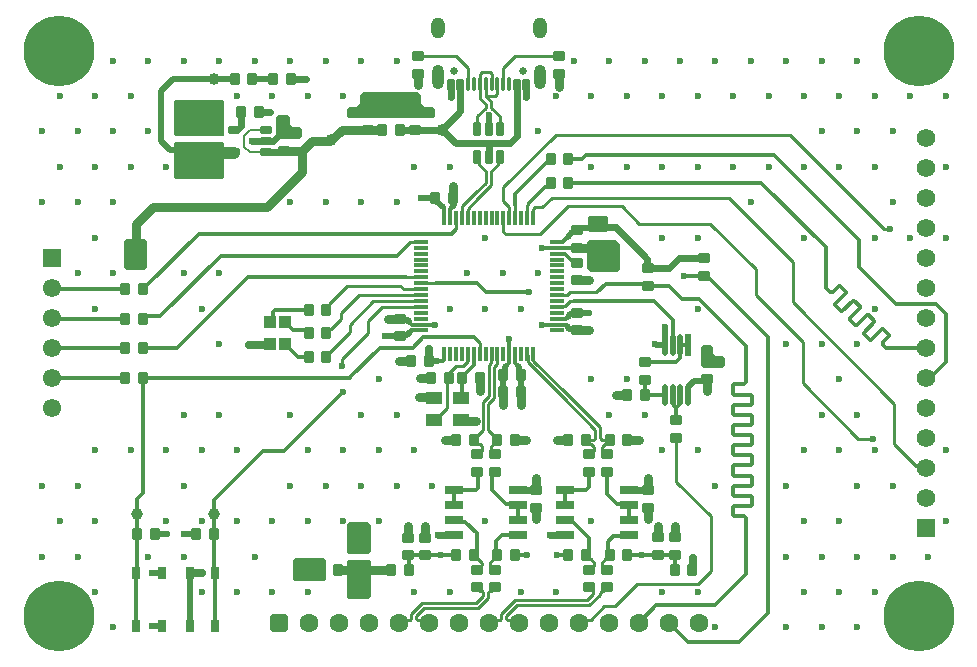
<source format=gtl>
G04*
G04 #@! TF.GenerationSoftware,Altium Limited,Altium Designer,26.1.1 (7)*
G04*
G04 Layer_Physical_Order=1*
G04 Layer_Color=255*
%FSLAX25Y25*%
%MOIN*%
G70*
G04*
G04 #@! TF.SameCoordinates,80A9187B-927A-44A2-B289-347268ADEE1A*
G04*
G04*
G04 #@! TF.FilePolarity,Positive*
G04*
G01*
G75*
%ADD10C,0.00984*%
%ADD11C,0.01968*%
%ADD13C,0.00787*%
%ADD14C,0.01181*%
G04:AMPARAMS|DCode=16|XSize=11.81mil|YSize=45.28mil|CornerRadius=1.48mil|HoleSize=0mil|Usage=FLASHONLY|Rotation=180.000|XOffset=0mil|YOffset=0mil|HoleType=Round|Shape=RoundedRectangle|*
%AMROUNDEDRECTD16*
21,1,0.01181,0.04232,0,0,180.0*
21,1,0.00886,0.04528,0,0,180.0*
1,1,0.00295,-0.00443,0.02116*
1,1,0.00295,0.00443,0.02116*
1,1,0.00295,0.00443,-0.02116*
1,1,0.00295,-0.00443,-0.02116*
%
%ADD16ROUNDEDRECTD16*%
G04:AMPARAMS|DCode=17|XSize=23.62mil|YSize=39.37mil|CornerRadius=2.95mil|HoleSize=0mil|Usage=FLASHONLY|Rotation=180.000|XOffset=0mil|YOffset=0mil|HoleType=Round|Shape=RoundedRectangle|*
%AMROUNDEDRECTD17*
21,1,0.02362,0.03347,0,0,180.0*
21,1,0.01772,0.03937,0,0,180.0*
1,1,0.00591,-0.00886,0.01673*
1,1,0.00591,0.00886,0.01673*
1,1,0.00591,0.00886,-0.01673*
1,1,0.00591,-0.00886,-0.01673*
%
%ADD17ROUNDEDRECTD17*%
G04:AMPARAMS|DCode=18|XSize=31.5mil|YSize=39.37mil|CornerRadius=3.94mil|HoleSize=0mil|Usage=FLASHONLY|Rotation=180.000|XOffset=0mil|YOffset=0mil|HoleType=Round|Shape=RoundedRectangle|*
%AMROUNDEDRECTD18*
21,1,0.03150,0.03150,0,0,180.0*
21,1,0.02362,0.03937,0,0,180.0*
1,1,0.00787,-0.01181,0.01575*
1,1,0.00787,0.01181,0.01575*
1,1,0.00787,0.01181,-0.01575*
1,1,0.00787,-0.01181,-0.01575*
%
%ADD18ROUNDEDRECTD18*%
G04:AMPARAMS|DCode=19|XSize=31.5mil|YSize=39.37mil|CornerRadius=3.94mil|HoleSize=0mil|Usage=FLASHONLY|Rotation=90.000|XOffset=0mil|YOffset=0mil|HoleType=Round|Shape=RoundedRectangle|*
%AMROUNDEDRECTD19*
21,1,0.03150,0.03150,0,0,90.0*
21,1,0.02362,0.03937,0,0,90.0*
1,1,0.00787,0.01575,0.01181*
1,1,0.00787,0.01575,-0.01181*
1,1,0.00787,-0.01575,-0.01181*
1,1,0.00787,-0.01575,0.01181*
%
%ADD19ROUNDEDRECTD19*%
G04:AMPARAMS|DCode=20|XSize=55.12mil|YSize=66.93mil|CornerRadius=6.89mil|HoleSize=0mil|Usage=FLASHONLY|Rotation=270.000|XOffset=0mil|YOffset=0mil|HoleType=Round|Shape=RoundedRectangle|*
%AMROUNDEDRECTD20*
21,1,0.05512,0.05315,0,0,270.0*
21,1,0.04134,0.06693,0,0,270.0*
1,1,0.01378,-0.02657,-0.02067*
1,1,0.01378,-0.02657,0.02067*
1,1,0.01378,0.02657,0.02067*
1,1,0.01378,0.02657,-0.02067*
%
%ADD20ROUNDEDRECTD20*%
%ADD21R,0.03937X0.03937*%
G04:AMPARAMS|DCode=22|XSize=23.62mil|YSize=47.24mil|CornerRadius=2.95mil|HoleSize=0mil|Usage=FLASHONLY|Rotation=180.000|XOffset=0mil|YOffset=0mil|HoleType=Round|Shape=RoundedRectangle|*
%AMROUNDEDRECTD22*
21,1,0.02362,0.04134,0,0,180.0*
21,1,0.01772,0.04724,0,0,180.0*
1,1,0.00591,-0.00886,0.02067*
1,1,0.00591,0.00886,0.02067*
1,1,0.00591,0.00886,-0.02067*
1,1,0.00591,-0.00886,-0.02067*
%
%ADD22ROUNDEDRECTD22*%
G04:AMPARAMS|DCode=23|XSize=23.62mil|YSize=41.34mil|CornerRadius=2.95mil|HoleSize=0mil|Usage=FLASHONLY|Rotation=270.000|XOffset=0mil|YOffset=0mil|HoleType=Round|Shape=RoundedRectangle|*
%AMROUNDEDRECTD23*
21,1,0.02362,0.03543,0,0,270.0*
21,1,0.01772,0.04134,0,0,270.0*
1,1,0.00591,-0.01772,-0.00886*
1,1,0.00591,-0.01772,0.00886*
1,1,0.00591,0.01772,0.00886*
1,1,0.00591,0.01772,-0.00886*
%
%ADD23ROUNDEDRECTD23*%
%ADD24R,0.01200X0.04700*%
G04:AMPARAMS|DCode=25|XSize=61.02mil|YSize=23.62mil|CornerRadius=2.01mil|HoleSize=0mil|Usage=FLASHONLY|Rotation=0.000|XOffset=0mil|YOffset=0mil|HoleType=Round|Shape=RoundedRectangle|*
%AMROUNDEDRECTD25*
21,1,0.06102,0.01961,0,0,0.0*
21,1,0.05701,0.02362,0,0,0.0*
1,1,0.00402,0.02850,-0.00980*
1,1,0.00402,-0.02850,-0.00980*
1,1,0.00402,-0.02850,0.00980*
1,1,0.00402,0.02850,0.00980*
%
%ADD25ROUNDEDRECTD25*%
G04:AMPARAMS|DCode=26|XSize=73.09mil|YSize=19.61mil|CornerRadius=9.8mil|HoleSize=0mil|Usage=FLASHONLY|Rotation=270.000|XOffset=0mil|YOffset=0mil|HoleType=Round|Shape=RoundedRectangle|*
%AMROUNDEDRECTD26*
21,1,0.07309,0.00000,0,0,270.0*
21,1,0.05348,0.01961,0,0,270.0*
1,1,0.01961,0.00000,-0.02674*
1,1,0.01961,0.00000,0.02674*
1,1,0.01961,0.00000,0.02674*
1,1,0.01961,0.00000,-0.02674*
%
%ADD26ROUNDEDRECTD26*%
G04:AMPARAMS|DCode=27|XSize=39.37mil|YSize=27.56mil|CornerRadius=1.38mil|HoleSize=0mil|Usage=FLASHONLY|Rotation=90.000|XOffset=0mil|YOffset=0mil|HoleType=Round|Shape=RoundedRectangle|*
%AMROUNDEDRECTD27*
21,1,0.03937,0.02480,0,0,90.0*
21,1,0.03661,0.02756,0,0,90.0*
1,1,0.00276,0.01240,0.01831*
1,1,0.00276,0.01240,-0.01831*
1,1,0.00276,-0.01240,-0.01831*
1,1,0.00276,-0.01240,0.01831*
%
%ADD27ROUNDEDRECTD27*%
%ADD28R,0.01961X0.07309*%
G04:AMPARAMS|DCode=29|XSize=51.18mil|YSize=43.31mil|CornerRadius=2.17mil|HoleSize=0mil|Usage=FLASHONLY|Rotation=180.000|XOffset=0mil|YOffset=0mil|HoleType=Round|Shape=RoundedRectangle|*
%AMROUNDEDRECTD29*
21,1,0.05118,0.03898,0,0,180.0*
21,1,0.04685,0.04331,0,0,180.0*
1,1,0.00433,-0.02343,0.01949*
1,1,0.00433,0.02343,0.01949*
1,1,0.00433,0.02343,-0.01949*
1,1,0.00433,-0.02343,-0.01949*
%
%ADD29ROUNDEDRECTD29*%
%ADD30R,0.04700X0.01200*%
%ADD37C,0.03937*%
%ADD48R,0.06181X0.06181*%
%ADD49C,0.06181*%
%ADD51C,0.01118*%
%ADD52C,0.02362*%
%ADD53C,0.01375*%
%ADD54C,0.03150*%
%ADD55C,0.02756*%
%ADD56C,0.01374*%
%ADD57C,0.00858*%
%ADD58C,0.03937*%
%ADD59O,0.03937X0.08268*%
%ADD60C,0.02559*%
%ADD61O,0.04724X0.07087*%
%ADD62R,0.06102X0.06102*%
%ADD63C,0.06102*%
%ADD64C,0.06299*%
G04:AMPARAMS|DCode=65|XSize=62.99mil|YSize=62.99mil|CornerRadius=15.75mil|HoleSize=0mil|Usage=FLASHONLY|Rotation=0.000|XOffset=0mil|YOffset=0mil|HoleType=Round|Shape=RoundedRectangle|*
%AMROUNDEDRECTD65*
21,1,0.06299,0.03150,0,0,0.0*
21,1,0.03150,0.06299,0,0,0.0*
1,1,0.03150,0.01575,-0.01575*
1,1,0.03150,-0.01575,-0.01575*
1,1,0.03150,-0.01575,0.01575*
1,1,0.03150,0.01575,0.01575*
%
%ADD65ROUNDEDRECTD65*%
%ADD66C,0.23622*%
%ADD67C,0.02362*%
G36*
X92913Y33465D02*
X102756D01*
X103347Y32874D01*
Y26181D01*
X102756Y25591D01*
X92913D01*
X92126Y26378D01*
Y32677D01*
X92913Y33465D01*
D02*
G37*
G36*
X42913Y129528D02*
X36614Y129527D01*
X35827Y130315D01*
Y138976D01*
X36614Y139764D01*
X42913Y139764D01*
X43701Y138976D01*
X43701Y130315D01*
X42913Y129528D01*
D02*
G37*
G36*
X68898Y159843D02*
X69291Y160236D01*
X69291Y171653D01*
X68898Y172047D01*
X53150D01*
X52756Y171653D01*
X52756Y160236D01*
X53150Y159843D01*
X68898D01*
D02*
G37*
G36*
Y174016D02*
X69291Y174409D01*
X69291Y185827D01*
X68898Y186221D01*
X53150D01*
X52756Y185827D01*
X52756Y174409D01*
X53150Y174016D01*
X68898D01*
D02*
G37*
G36*
X91339Y177953D02*
X92126Y177165D01*
X94488D01*
X95276Y176378D01*
X95276Y174016D01*
X94488Y173228D01*
X88189D01*
X86614Y174803D01*
Y180315D01*
X87402Y181102D01*
X90551Y181102D01*
X91339Y180315D01*
X91339Y177953D01*
D02*
G37*
G36*
X110236Y20472D02*
X110236Y32283D01*
X110827Y32874D01*
X117520Y32874D01*
X118110Y32283D01*
X118110Y20472D01*
X117323Y19685D01*
X111024Y19685D01*
X110236Y20472D01*
D02*
G37*
G36*
Y44488D02*
X111024Y45276D01*
X117323Y45276D01*
X118110Y44488D01*
Y35433D01*
X117323Y34646D01*
X111024D01*
X110236Y35433D01*
Y44488D01*
D02*
G37*
G36*
X228937Y96850D02*
X228150Y97638D01*
Y103543D01*
X228937Y104331D01*
X231496D01*
X232283Y103543D01*
Y101575D01*
X233071Y100787D01*
X235433D01*
X236221Y100000D01*
Y97638D01*
X235433Y96850D01*
X228937D01*
D02*
G37*
G36*
X139764Y183071D02*
X138976Y183858D01*
X136220Y183858D01*
X135039Y185039D01*
Y187402D01*
X133858Y188583D01*
X115748Y188583D01*
X114567Y187402D01*
Y185039D01*
X113386Y183858D01*
X111024D01*
X110236Y183071D01*
Y180709D01*
X111024Y179921D01*
X138976D01*
X139764Y180709D01*
Y183071D01*
D02*
G37*
G36*
X190157Y138583D02*
X190945Y139370D01*
X200000D01*
X201181Y138189D01*
Y129528D01*
X200394Y128740D01*
X191339D01*
X190157Y129921D01*
Y138583D01*
D02*
G37*
D10*
X289263Y143021D02*
X291231D01*
X179921Y174508D02*
X257776D01*
X289263Y143021D01*
X291231D02*
X291339Y142913D01*
X162402Y191427D02*
Y196653D01*
X166339Y200591D01*
X181102D01*
X150591Y191427D02*
Y196654D01*
X146457Y200787D02*
X150591Y196654D01*
X133858Y200787D02*
X146457D01*
X104823Y109744D02*
X108268Y113189D01*
Y115157D02*
X114173Y121063D01*
X108268Y113189D02*
Y115157D01*
X103445Y109744D02*
X104823D01*
X114173Y121063D02*
X134843D01*
X102362Y108661D02*
X103445Y109744D01*
X102362Y108268D02*
Y108661D01*
X111221Y108661D02*
Y111221D01*
X103220Y100661D02*
X111221Y108661D01*
Y111221D02*
X119095Y119095D01*
X134843D01*
X117421Y112500D02*
X122047Y117126D01*
X117421Y108268D02*
Y112500D01*
X122047Y117126D02*
X134843D01*
X162402Y152264D02*
Y156988D01*
X179921Y174508D01*
X162402Y152264D02*
X164370Y150295D01*
X102362Y115551D02*
X103150Y116339D01*
X103347Y116142D02*
Y116634D01*
X103445D01*
X104429Y117618D01*
Y118209D01*
X110335Y124114D01*
X128051D01*
X154527Y101378D02*
Y105118D01*
X154331Y105315D02*
X154527Y105118D01*
X292717Y71555D02*
X300084Y64188D01*
X292717Y71555D02*
Y84842D01*
X258858Y118701D02*
X292717Y84842D01*
X126673Y134055D02*
X131290Y138672D01*
X134735D01*
X164370Y146653D02*
Y150295D01*
X262106Y91732D02*
Y105512D01*
X280610Y73228D02*
X285531D01*
X262106Y91732D02*
X280610Y73228D01*
X246457Y121161D02*
X262106Y105512D01*
X231201Y144882D02*
X246457Y129626D01*
Y121161D02*
Y129626D01*
X207677Y144882D02*
X231201D01*
X183858Y150689D02*
X201870D01*
X207677Y144882D01*
X174508Y141339D02*
X183858Y150689D01*
X163207Y141339D02*
X174508D01*
X162402Y142143D02*
Y146653D01*
Y142143D02*
X163207Y141339D01*
X175394Y150295D02*
X178445Y153347D01*
X237598D02*
X258858Y132087D01*
X178445Y153347D02*
X237598D01*
X258858Y118701D02*
Y132087D01*
X172352Y149719D02*
X172929Y150295D01*
X175394D01*
X172352Y146761D02*
Y149719D01*
X172244Y146653D02*
X172352Y146761D01*
X302230Y64188D02*
X303150Y63268D01*
X300084Y64188D02*
X302230D01*
X108760Y97342D02*
Y99606D01*
X117421Y108268D01*
X128051Y124114D02*
X129134Y123031D01*
X134843D01*
X102362Y115157D02*
Y115551D01*
X134735Y138672D02*
X134843Y138779D01*
X129921Y126969D02*
X134843D01*
X146546Y146546D02*
X146653Y146653D01*
X146546Y142904D02*
Y146546D01*
X146358Y142717D02*
X146546Y142904D01*
X166339Y146653D02*
Y151181D01*
X170276Y146653D02*
Y151181D01*
X170866Y151772D01*
Y151870D01*
X134843Y125000D02*
X139961D01*
X184646Y122047D02*
X193701D01*
X180118Y121063D02*
X183661D01*
X184646Y122047D01*
Y118898D02*
X185827D01*
X182982Y117234D02*
X184646Y118898D01*
X180226Y117234D02*
X182982D01*
X180118Y117126D02*
X180226Y117234D01*
D11*
X78740Y192913D02*
X85630D01*
X65945Y193213D02*
X72535D01*
X137598Y99213D02*
X140551D01*
X57776Y10827D02*
Y28543D01*
X48228Y172244D02*
Y188976D01*
X52165Y192913D02*
X65945D01*
X48228Y188976D02*
X52165Y192913D01*
X72535Y193213D02*
X72835Y192913D01*
X51181Y169291D02*
X54134D01*
X48228Y172244D02*
X51181Y169291D01*
X134843Y153543D02*
X139764D01*
X187008Y115157D02*
X190945D01*
X199728Y143776D02*
X199803Y143701D01*
X229134Y133268D02*
X229452Y132949D01*
X210331Y130221D02*
X210630Y129921D01*
X193898Y144827D02*
X194948Y143776D01*
X186417Y114567D02*
X187008Y115157D01*
X123031Y107283D02*
X127953D01*
X65354Y168433D02*
X65439Y168518D01*
X72652D02*
X72736Y168602D01*
X167323Y97441D02*
X167717Y97047D01*
Y95079D02*
Y97047D01*
Y95079D02*
X168307Y94488D01*
X168307Y94488D02*
X168307Y94488D01*
X168307Y88583D02*
Y94488D01*
X229724Y92323D02*
X230315Y92913D01*
X228645Y92323D02*
X229724D01*
X225941Y92285D02*
X228608D01*
X228645Y92323D01*
X223921Y90265D02*
X225941Y92285D01*
X45276Y10827D02*
X48524D01*
X45276Y28543D02*
X48524D01*
X56102Y41339D02*
X60039D01*
X46260D02*
X50197D01*
X212992Y104724D02*
X213099D01*
X213292Y104531D01*
X216240D01*
X216142Y110130D02*
Y110236D01*
Y110130D02*
X216236Y110035D01*
Y104535D02*
Y110035D01*
Y104535D02*
X216240Y104531D01*
X157480Y176378D02*
Y181102D01*
X157480Y176378D02*
X157480Y176378D01*
X183556Y110722D02*
X184435Y109843D01*
X186417D01*
X187008Y109252D01*
X184646Y114567D02*
X186417D01*
X183858Y113779D02*
X184646Y114567D01*
X128543Y107874D02*
X130081D01*
X130090Y107884D01*
X130324D01*
X131112Y108671D01*
X127953Y107283D02*
X128543Y107874D01*
X187008Y142717D02*
X187598Y143307D01*
X192378D01*
X193898Y144827D01*
X183858Y140551D02*
X185433Y142126D01*
X186417D01*
X187008Y142717D01*
X140354Y152165D02*
X142126Y150394D01*
X140354Y152165D02*
Y152953D01*
X139764Y153543D02*
X140354Y152953D01*
X145276Y150394D02*
X146063Y151181D01*
Y153150D01*
X145669Y153543D02*
X146063Y153150D01*
X127953Y113189D02*
X128543Y112598D01*
X130512D01*
X130905Y112205D01*
X162402Y88583D02*
Y94488D01*
X162402Y94488D01*
X162992Y95079D01*
Y97047D01*
X163386Y97441D01*
D13*
X75984Y170473D02*
Y174016D01*
X78051Y176083D02*
X83169D01*
X75984Y174016D02*
X78051Y176083D01*
X77854Y168602D02*
X81988D01*
X75984Y170473D02*
X77854Y168602D01*
X81988D02*
X82579Y169193D01*
D14*
X142301Y99213D02*
X142717Y99628D01*
Y101378D01*
X140551Y99213D02*
X142301D01*
X134843Y111221D02*
X139764D01*
X175197Y136811D02*
X180118D01*
X180118Y136811D01*
X175197Y111221D02*
X180118D01*
X164370Y106299D02*
X164370Y106299D01*
X164370Y101378D02*
Y106299D01*
X82579Y169193D02*
X83169Y168602D01*
X166339Y101378D02*
X166348Y101368D01*
Y98416D02*
Y101368D01*
Y98416D02*
X167323Y97441D01*
X148622Y87205D02*
Y93307D01*
X148228Y86811D02*
X148622Y87205D01*
X152559Y97638D02*
Y101378D01*
X148622Y93701D02*
X152559Y97638D01*
X182884Y111211D02*
X183465Y110630D01*
X180128Y111211D02*
X182884D01*
X180118Y111221D02*
X180128Y111211D01*
X183277Y113198D02*
X183858Y113779D01*
X180128Y113198D02*
X183277D01*
X180118Y113189D02*
X180128Y113198D01*
X131112Y108671D02*
X131693Y109252D01*
X134843D01*
X180128Y138789D02*
X182096D01*
X183858Y140551D01*
X180118Y138779D02*
X180128Y138789D01*
X186024Y132874D02*
X187008Y131890D01*
X180118Y134843D02*
X180128Y134833D01*
X182884D01*
X184843Y132874D01*
X186024D01*
X180118Y136811D02*
X187008D01*
X142126Y150394D02*
X142707Y149813D01*
Y146663D02*
Y149813D01*
Y146663D02*
X142717Y146653D01*
X144694Y149813D02*
X145276Y150394D01*
X144694Y146663D02*
Y149813D01*
X144685Y146653D02*
X144694Y146663D01*
X131880Y111230D02*
X134833D01*
X130905Y112205D02*
X131880Y111230D01*
X134833D02*
X134843Y111221D01*
X163386Y97441D02*
X164361Y98416D01*
Y101368D01*
X164370Y101378D01*
D16*
X158465Y191427D02*
D03*
X156496D02*
D03*
X154527D02*
D03*
X160433D02*
D03*
X162402D02*
D03*
X164370D02*
D03*
X152559D02*
D03*
X150591D02*
D03*
D17*
X166929Y191130D02*
D03*
X170079D02*
D03*
X148031D02*
D03*
X144882D02*
D03*
D18*
X146653Y34449D02*
D03*
X152559D02*
D03*
X166339D02*
D03*
X160433D02*
D03*
X139764Y153543D02*
D03*
X145669D02*
D03*
X178150Y166339D02*
D03*
X184055D02*
D03*
X178150Y158465D02*
D03*
X184055D02*
D03*
X209449Y87795D02*
D03*
X203543D02*
D03*
X148622Y93307D02*
D03*
X154527D02*
D03*
X144291D02*
D03*
X138386D02*
D03*
X137598Y99213D02*
D03*
X131693D02*
D03*
X168307Y94488D02*
D03*
X162402D02*
D03*
X168307Y88583D02*
D03*
X162402D02*
D03*
X166339Y72835D02*
D03*
X160433D02*
D03*
X152559D02*
D03*
X146653D02*
D03*
X203740D02*
D03*
X197835D02*
D03*
X189961D02*
D03*
X184055D02*
D03*
X197835Y34449D02*
D03*
X203740D02*
D03*
X189961D02*
D03*
X184055D02*
D03*
X130905Y29528D02*
D03*
X125000D02*
D03*
X101378Y29528D02*
D03*
X107283D02*
D03*
X60039Y41339D02*
D03*
X65945D02*
D03*
X40354D02*
D03*
X46260D02*
D03*
X36417Y93504D02*
D03*
X42323D02*
D03*
X36417Y103347D02*
D03*
X42323D02*
D03*
X36417Y113189D02*
D03*
X42323D02*
D03*
X36417Y123031D02*
D03*
X42323D02*
D03*
X97441Y116142D02*
D03*
X103347D02*
D03*
X97441Y108268D02*
D03*
X103347D02*
D03*
X97441Y100394D02*
D03*
X103347D02*
D03*
X75000Y181988D02*
D03*
X80905D02*
D03*
X127953Y176181D02*
D03*
X122047D02*
D03*
X72835Y192913D02*
D03*
X78740D02*
D03*
X225394Y29528D02*
D03*
X85630Y192913D02*
D03*
X91535D02*
D03*
X219488Y29528D02*
D03*
D19*
X220079Y79331D02*
D03*
Y73425D02*
D03*
X127953Y107283D02*
D03*
Y113189D02*
D03*
X229134Y133268D02*
D03*
Y127362D02*
D03*
X210630Y129921D02*
D03*
Y124016D02*
D03*
X209449Y98622D02*
D03*
Y92716D02*
D03*
X230315Y92913D02*
D03*
Y98819D02*
D03*
X153543Y62008D02*
D03*
Y67913D02*
D03*
X159449Y62008D02*
D03*
Y67913D02*
D03*
X190945Y62008D02*
D03*
Y67913D02*
D03*
X196850Y62008D02*
D03*
Y67913D02*
D03*
X173228Y56102D02*
D03*
Y50197D02*
D03*
X210630Y56102D02*
D03*
Y50197D02*
D03*
X196850Y23622D02*
D03*
Y29528D02*
D03*
X190945Y23622D02*
D03*
Y29528D02*
D03*
X159449Y23622D02*
D03*
Y29528D02*
D03*
X153543Y23622D02*
D03*
Y29528D02*
D03*
X136221Y34252D02*
D03*
Y40157D02*
D03*
X130709D02*
D03*
Y34252D02*
D03*
X89370Y169193D02*
D03*
Y175098D02*
D03*
X132874Y176181D02*
D03*
Y182087D02*
D03*
X117126Y176181D02*
D03*
Y182087D02*
D03*
X133858Y194882D02*
D03*
Y200787D02*
D03*
X181102Y194685D02*
D03*
Y200591D02*
D03*
X219685Y34449D02*
D03*
Y40354D02*
D03*
X213779D02*
D03*
Y34449D02*
D03*
X187008Y109252D02*
D03*
Y115157D02*
D03*
Y125984D02*
D03*
Y131890D02*
D03*
Y136811D02*
D03*
Y142717D02*
D03*
D20*
X114173Y29528D02*
D03*
Y38528D02*
D03*
X65354Y168433D02*
D03*
Y177433D02*
D03*
X193898Y135827D02*
D03*
Y144827D02*
D03*
D21*
X84646Y104626D02*
D03*
X89567D02*
D03*
Y111909D02*
D03*
X84646D02*
D03*
D22*
X157480Y166929D02*
D03*
X161221D02*
D03*
X153740D02*
D03*
Y176378D02*
D03*
X157480D02*
D03*
X161221D02*
D03*
D23*
X72736Y168602D02*
D03*
Y176083D02*
D03*
X83169D02*
D03*
Y172343D02*
D03*
Y168602D02*
D03*
D24*
X166339Y101378D02*
D03*
X142717Y146653D02*
D03*
X144685D02*
D03*
X146653D02*
D03*
X148622D02*
D03*
X150591D02*
D03*
X152559D02*
D03*
X154527D02*
D03*
X156496D02*
D03*
X158465D02*
D03*
X160433D02*
D03*
X162402D02*
D03*
X164370D02*
D03*
X166339D02*
D03*
X168307D02*
D03*
X170276D02*
D03*
X172244D02*
D03*
Y101378D02*
D03*
X170276D02*
D03*
X168307D02*
D03*
X164370D02*
D03*
X162402D02*
D03*
X160433D02*
D03*
X158465D02*
D03*
X156496D02*
D03*
X154527D02*
D03*
X152559D02*
D03*
X150591D02*
D03*
X148622D02*
D03*
X146653D02*
D03*
X144685D02*
D03*
X142717D02*
D03*
D25*
X167126Y55925D02*
D03*
X204331D02*
D03*
Y50925D02*
D03*
Y45925D02*
D03*
Y40925D02*
D03*
X183071D02*
D03*
Y45925D02*
D03*
Y50925D02*
D03*
Y55925D02*
D03*
X167126Y50925D02*
D03*
Y45925D02*
D03*
Y40925D02*
D03*
X145866D02*
D03*
Y45925D02*
D03*
Y50925D02*
D03*
Y55925D02*
D03*
D26*
X223917Y87595D02*
D03*
X221358D02*
D03*
X218799D02*
D03*
X216240D02*
D03*
Y104531D02*
D03*
X218799D02*
D03*
X221358D02*
D03*
D27*
X57776Y10827D02*
D03*
X66240D02*
D03*
X57776Y28543D02*
D03*
X66240D02*
D03*
X40059Y10827D02*
D03*
X48524D02*
D03*
X40059Y28543D02*
D03*
X48524D02*
D03*
D28*
X223917Y104531D02*
D03*
D29*
X139173Y86811D02*
D03*
Y79331D02*
D03*
X148228Y86811D02*
D03*
Y79331D02*
D03*
D30*
X134843Y109252D02*
D03*
Y111221D02*
D03*
Y113189D02*
D03*
Y115157D02*
D03*
Y117126D02*
D03*
Y119095D02*
D03*
Y121063D02*
D03*
Y123031D02*
D03*
Y125000D02*
D03*
Y126969D02*
D03*
Y128937D02*
D03*
Y130905D02*
D03*
Y132874D02*
D03*
Y134843D02*
D03*
Y136811D02*
D03*
Y138779D02*
D03*
X180118D02*
D03*
Y136811D02*
D03*
Y134843D02*
D03*
Y132874D02*
D03*
Y130905D02*
D03*
Y128937D02*
D03*
Y126969D02*
D03*
Y125000D02*
D03*
Y123031D02*
D03*
Y121063D02*
D03*
Y119095D02*
D03*
Y117126D02*
D03*
Y115157D02*
D03*
Y113189D02*
D03*
Y111221D02*
D03*
Y109252D02*
D03*
D37*
X141929Y176181D02*
D03*
X104774Y172687D02*
D03*
X65945Y192913D02*
D03*
Y48228D02*
D03*
X40354D02*
D03*
D48*
X303150Y43268D02*
D03*
D49*
Y53268D02*
D03*
Y63268D02*
D03*
Y73268D02*
D03*
Y83268D02*
D03*
Y93268D02*
D03*
Y103268D02*
D03*
Y113268D02*
D03*
Y123268D02*
D03*
Y133268D02*
D03*
Y143268D02*
D03*
Y153268D02*
D03*
Y163268D02*
D03*
Y173268D02*
D03*
D51*
X144617Y95404D02*
G03*
X144296Y94717I793J-788D01*
G01*
X160598Y164535D02*
Y166307D01*
X158433Y162370D02*
X160598Y164535D01*
X158433Y157772D02*
Y162370D01*
X154038Y153376D02*
X158433Y157772D01*
X154362Y164535D02*
Y166307D01*
X156527Y158561D02*
Y162370D01*
X153740Y166929D02*
X154362Y166307D01*
Y164535D02*
X156527Y162370D01*
X160598Y166307D02*
X161221Y166929D01*
X156496Y187303D02*
X158433Y185366D01*
X159747Y187303D02*
X160402Y187958D01*
Y191396D01*
X156496Y187303D02*
X159747D01*
X154527Y194817D02*
X155183Y195472D01*
X157810D02*
X158465Y194817D01*
X155183Y195472D02*
X157810D01*
X154527Y191427D02*
Y194817D01*
X158465Y191427D02*
Y194817D01*
X156496Y187303D02*
Y191427D01*
X158433Y183446D02*
Y185366D01*
X154559Y189659D02*
X154559Y189659D01*
X154527Y191427D02*
X154559Y191396D01*
X154559Y186545D02*
X156527Y184577D01*
X154559Y189659D02*
Y191396D01*
X154559Y186545D02*
Y189659D01*
X156527Y183446D02*
Y184577D01*
X199606Y17323D02*
X207087Y24803D01*
X227165D02*
X231496Y29134D01*
X207087Y24803D02*
X227165D01*
X231496Y29134D02*
Y47244D01*
X220079Y58661D02*
Y73425D01*
Y58661D02*
X231496Y47244D01*
X188437Y12767D02*
X191507D01*
X196063Y17323D01*
X199606D01*
X187480Y11811D02*
X188437Y12767D01*
X160402Y191396D02*
X160433Y191427D01*
X158433Y183446D02*
X161221Y180658D01*
Y176378D02*
Y180658D01*
X153740Y176378D02*
Y180658D01*
X156527Y183446D01*
X150528Y149866D02*
X154038Y153376D01*
X153249Y155282D02*
X156527Y158561D01*
X150528Y148876D02*
X150550Y148854D01*
X154038Y153376D02*
X154038D01*
X148622Y150655D02*
X153249Y155282D01*
X153249D01*
X148622Y146653D02*
X148622Y146653D01*
Y150655D01*
X150550Y146716D02*
Y148854D01*
X150528Y148876D02*
Y149866D01*
X143701Y83465D02*
Y92716D01*
X139567Y79331D02*
X143701Y83465D01*
Y92716D02*
X144291Y93307D01*
X139173Y79331D02*
X139567D01*
X148794Y97244D02*
X150550Y98999D01*
X146457Y97244D02*
X148794D01*
X144617Y95404D02*
X146457Y97244D01*
X144291Y93307D02*
X144296Y94717D01*
X150550Y98999D02*
Y101337D01*
X150591Y101378D01*
D52*
X146457Y171653D02*
X157480D01*
X164567D01*
X157480Y166929D02*
Y171653D01*
X141929Y176181D02*
X146457Y171653D01*
X164567D02*
X166929Y174016D01*
X88987Y175481D02*
X89370Y175098D01*
X78740Y172441D02*
X78839Y172343D01*
X85728D01*
X166929Y174016D02*
Y191130D01*
X132874Y176181D02*
X141929D01*
X127953Y176181D02*
X132874D01*
X141929Y176181D02*
X148031Y182283D01*
Y191130D01*
X144882Y187008D02*
X144882Y187008D01*
X144882Y187008D02*
Y191130D01*
X170079Y187008D02*
X170079Y187008D01*
X170079Y187008D02*
Y191130D01*
X173051Y55925D02*
X173228Y56102D01*
X91929Y192913D02*
Y193701D01*
Y192913D02*
X96457D01*
X199803Y143701D02*
X210331Y133173D01*
Y130221D02*
Y133173D01*
X194948Y143776D02*
X199728D01*
X210630Y129921D02*
X217520D01*
X220866Y133268D01*
X229134D01*
X75000Y177461D02*
Y181988D01*
X73622Y176083D02*
X75000Y177461D01*
X72736Y176083D02*
X73622D01*
X85728Y172343D02*
X88090Y174705D01*
X88976D02*
X89370Y175098D01*
X88090Y174705D02*
X88976D01*
X83169Y168602D02*
X88386D01*
X88976Y169193D01*
X80905Y181988D02*
X84646D01*
X167126Y55925D02*
X173051D01*
X204331D02*
X210453D01*
X210630Y56102D01*
X140551Y40945D02*
X140571Y40925D01*
X145866D01*
X177953Y40945D02*
X177972Y40925D01*
X183071D01*
D53*
X65945Y48228D02*
X65945Y48228D01*
Y41339D02*
Y48228D01*
X65945Y48228D02*
Y52756D01*
X82284Y69095D01*
X89370D02*
X108858Y88583D01*
X82284Y69095D02*
X89370D01*
X65945Y41339D02*
X66092Y41191D01*
Y28691D02*
Y41191D01*
Y28691D02*
X66240Y28543D01*
Y10827D02*
Y28543D01*
D54*
X230512Y92913D02*
X230709D01*
X133858Y190945D02*
Y194882D01*
X181102Y190551D02*
Y194685D01*
X192754Y134880D02*
X193701Y135827D01*
X192754Y130943D02*
Y134880D01*
X195669Y135433D02*
Y136773D01*
X197809Y134646D02*
X199213Y133242D01*
X194488Y135827D02*
X195669Y134646D01*
X197809D01*
X199213Y133071D02*
Y133242D01*
X192913Y136811D02*
X193898Y135827D01*
X187008Y136811D02*
X192913D01*
X38583Y137795D02*
X39961Y136417D01*
Y144685D02*
X45669Y150394D01*
X39961Y137008D02*
Y144685D01*
X38583Y137008D02*
X39961D01*
X37795Y137795D02*
X38583Y137008D01*
X39961Y136417D02*
X41732Y134646D01*
Y131496D02*
Y134646D01*
X45669Y150394D02*
X83465D01*
X95128Y162057D01*
Y169193D01*
X108481Y176181D02*
X122047D01*
X98471Y172536D02*
X104623D01*
X104987Y172687D02*
X108481Y176181D01*
X95128Y169193D02*
X98471Y172536D01*
X230315Y88976D02*
Y92913D01*
X168307Y84252D02*
Y88583D01*
X210630Y56102D02*
Y60039D01*
X101378Y29528D02*
Y29921D01*
X173228Y56102D02*
Y60039D01*
X114173Y29528D02*
X125000D01*
X114173Y29528D02*
X114173Y29528D01*
X107283Y29528D02*
X114173D01*
X107283Y29528D02*
X107283Y29528D01*
X104623Y172536D02*
X104774Y172687D01*
X88976Y169193D02*
X95128D01*
X104774Y172687D02*
X104987D01*
X187008Y109252D02*
X190945D01*
X162402Y84252D02*
Y88583D01*
X134646Y93307D02*
X138386D01*
X134252Y87008D02*
X138976D01*
X139173Y86811D01*
X148425Y79134D02*
X153150D01*
X142913Y72835D02*
X146653D01*
X166339D02*
X170079D01*
X203740D02*
X207480D01*
X180315D02*
X184055D01*
X210630Y46457D02*
Y50197D01*
X219685Y40354D02*
Y44094D01*
X213779Y40354D02*
Y44094D01*
X130709Y40157D02*
Y44094D01*
X136221Y40157D02*
Y44094D01*
X173228Y50197D02*
X173228D01*
Y46457D02*
Y50197D01*
X148228Y79331D02*
X148425Y79134D01*
X154527Y88976D02*
Y93307D01*
Y88976D02*
X154528Y88976D01*
X200000Y87795D02*
X203543D01*
X127756Y99213D02*
X131693D01*
X145669Y153543D02*
Y157480D01*
X190945Y125984D02*
X190945Y125984D01*
X187008Y125984D02*
X190945D01*
X124016Y113189D02*
X127953D01*
D55*
X230315Y92913D02*
X230512D01*
X230315D02*
X230315D01*
X137598Y99213D02*
Y103150D01*
X230512Y92913D02*
X230709Y92716D01*
X225394Y29528D02*
X225590Y29724D01*
Y33465D01*
X57776Y28543D02*
X62008D01*
X77756Y104331D02*
X84350D01*
X84646Y104626D01*
D56*
X11850Y113228D02*
X36417D01*
X290039Y103268D02*
X291144D01*
X288998Y104309D02*
X290039Y103268D01*
X288998Y104309D02*
Y105448D01*
X290824Y107274D01*
Y107751D01*
X288915Y109660D02*
X290824Y107751D01*
X288438Y109660D02*
X288915D01*
X284951Y106172D02*
X288438Y109660D01*
X284473Y106172D02*
X284951D01*
X282565Y108081D02*
X284473Y106172D01*
X282565Y108081D02*
Y108558D01*
X286052Y112046D01*
Y112523D01*
X284144Y114431D02*
X286052Y112523D01*
X283667Y114431D02*
X284144D01*
X280179Y110943D02*
X283667Y114431D01*
X279702Y110943D02*
X280179D01*
X277793Y112852D02*
X279702Y110943D01*
X277793Y112852D02*
Y113329D01*
X281281Y116817D01*
Y117294D01*
X279372Y119203D02*
X281281Y117294D01*
X278895Y119203D02*
X279372D01*
X275407Y115715D02*
X278895Y119203D01*
X274930Y115715D02*
X275407D01*
X273022Y117624D02*
X274930Y115715D01*
X273022Y117624D02*
Y118101D01*
X276509Y121589D01*
Y122066D01*
X274601Y123974D02*
X276509Y122066D01*
X274124Y123974D02*
X274601D01*
X272297Y122148D02*
X274124Y123974D01*
X271159Y122148D02*
X272297D01*
X271159Y122148D02*
X271159Y122148D01*
X270673Y122634D02*
X271159Y122148D01*
X291144Y103268D02*
X303150D01*
X166339Y154724D02*
X176671Y165057D01*
X178091Y165886D02*
Y166477D01*
X177262Y165057D02*
X178091Y165886D01*
X176671Y165057D02*
X177262D01*
X184055Y166339D02*
X188583D01*
X189961Y167717D01*
X96553Y109252D02*
X97441Y108364D01*
Y108268D02*
Y108364D01*
X89567Y111909D02*
X92224Y109252D01*
X96553D01*
X93799Y100394D02*
X97441D01*
X89567Y104626D02*
X93799Y100394D01*
X85568Y115337D02*
X86373Y116142D01*
X85568Y112832D02*
Y115337D01*
X86373Y116142D02*
X97441D01*
X243307Y92062D02*
Y93986D01*
X242502Y91257D02*
X243307Y92062D01*
X239207Y91257D02*
X242502D01*
X238870Y90920D02*
X239207Y91257D01*
X238870Y88220D02*
Y90920D01*
Y88220D02*
X239207Y87883D01*
X245098D01*
X245436Y87546D01*
Y84846D02*
Y87546D01*
X245098Y84509D02*
X245436Y84846D01*
X239207Y84509D02*
X245098D01*
X238870Y84172D02*
X239207Y84509D01*
X238870Y81472D02*
Y84172D01*
Y81472D02*
X239207Y81135D01*
X245098D01*
X245436Y80798D01*
Y78098D02*
Y80798D01*
X245098Y77761D02*
X245436Y78098D01*
X239207Y77761D02*
X245098D01*
X238870Y77424D02*
X239207Y77761D01*
X238870Y74724D02*
Y77424D01*
Y74724D02*
X239207Y74387D01*
X245098D01*
X245436Y74050D01*
Y71350D02*
Y74050D01*
X245098Y71013D02*
X245436Y71350D01*
X239207Y71013D02*
X245098D01*
X238870Y70675D02*
X239207Y71013D01*
X238870Y67976D02*
Y70675D01*
Y67976D02*
X239207Y67639D01*
X245098D01*
X245436Y67301D01*
Y64602D02*
Y67301D01*
X245098Y64265D02*
X245436Y64602D01*
X239207Y64265D02*
X245098D01*
X238870Y63928D02*
X239207Y64265D01*
X238870Y61228D02*
Y63928D01*
Y61228D02*
X239207Y60891D01*
X245098D01*
X245436Y60553D01*
Y57854D02*
Y60553D01*
X245098Y57517D02*
X245436Y57854D01*
X239207Y57517D02*
X245098D01*
X238870Y57179D02*
X239207Y57517D01*
X238870Y54480D02*
Y57179D01*
Y54480D02*
X239207Y54143D01*
X245098D01*
X245436Y53805D01*
Y51106D02*
Y53805D01*
X245098Y50769D02*
X245436Y51106D01*
X239207Y50769D02*
X245098D01*
X238870Y50431D02*
X239207Y50769D01*
X238870Y47732D02*
Y50431D01*
Y47732D02*
X239207Y47395D01*
X242502D01*
X243307Y46590D01*
Y45903D02*
Y46590D01*
X222047Y119685D02*
X227559D01*
X243307Y93986D02*
Y103937D01*
X227559Y119685D02*
X243307Y103937D01*
X139961Y125000D02*
X153740D01*
X156693Y122047D02*
X170866D01*
X153740Y125000D02*
X156693Y122047D01*
X111318Y93601D02*
X121260Y103543D01*
X132283D01*
X135728Y106988D01*
X152657D01*
X154331Y105315D01*
X180118Y34449D02*
X184055D01*
X208760D02*
X213779D01*
X213779Y34449D01*
X203740Y34449D02*
X208760D01*
X213779Y34449D02*
X219685D01*
X219587Y34350D02*
X219685Y34449D01*
X219587Y29626D02*
Y34350D01*
X219488Y29528D02*
X219587Y29626D01*
X136319Y34350D02*
X141634D01*
X141732Y34449D01*
Y34350D02*
X146555D01*
X166339Y34449D02*
X170276D01*
X146555Y34350D02*
X146653Y34449D01*
X136221Y34252D02*
X136319Y34350D01*
X130709Y34252D02*
X130807Y34154D01*
Y29626D02*
Y34154D01*
Y29626D02*
X130905Y29528D01*
X130709Y34252D02*
X136221D01*
X48000Y113944D02*
X68110Y134055D01*
X43078Y113944D02*
X48000D01*
X68110Y134055D02*
X126673D01*
X42323Y113189D02*
X43078Y113944D01*
X43604Y124313D02*
X60827Y141535D01*
X43211Y124313D02*
X43604D01*
X42323Y123425D02*
X43211Y124313D01*
X60827Y141535D02*
X145177D01*
X42323Y123031D02*
Y123425D01*
X11929Y123150D02*
X36417D01*
X11929Y93386D02*
X36417D01*
X40354Y53150D02*
X42323Y55118D01*
Y93504D01*
X40354Y48228D02*
Y53150D01*
Y41339D02*
Y48346D01*
X43307Y93504D02*
X111221D01*
X42323D02*
X43307D01*
X11850Y103307D02*
X36417D01*
X310039Y98857D02*
Y114862D01*
X306693Y118209D02*
X310039Y114862D01*
X293307Y118209D02*
X306693D01*
X304450Y93268D02*
X310039Y98857D01*
X269873Y123434D02*
X270673Y122634D01*
X269873Y123434D02*
Y136918D01*
X230022Y126474D02*
X231203D01*
X250492Y107185D01*
Y15059D02*
Y107185D01*
X229035Y127461D02*
X230022Y126474D01*
X240945Y5512D02*
X250492Y15059D01*
X281102Y130413D02*
X293307Y118209D01*
X281102Y130413D02*
Y139272D01*
X252658Y167717D02*
X281102Y139272D01*
X189961Y167717D02*
X252658D01*
X248327Y158465D02*
X269873Y136918D01*
X184055Y158465D02*
X248327D01*
X303150Y93268D02*
X304450D01*
X84646Y111909D02*
X85568Y112832D01*
X77264Y126969D02*
X129921D01*
X53642Y103347D02*
X77264Y126969D01*
X40059Y28543D02*
X40207Y28691D01*
Y41191D01*
X40354Y41339D01*
X40059Y10827D02*
Y28543D01*
X42323Y103347D02*
X53642D01*
X145177Y141535D02*
X146358Y142717D01*
X11811Y93268D02*
X11929Y93386D01*
X11811Y103268D02*
X11850Y103307D01*
X11811Y113268D02*
X11850Y113228D01*
X11811Y123268D02*
X11929Y123150D01*
X166339Y151181D02*
Y154724D01*
X178150Y158071D02*
Y158465D01*
X177262Y157183D02*
X178150Y158071D01*
X176179Y157183D02*
X177262D01*
X170866Y151870D02*
X176179Y157183D01*
X243307Y27953D02*
Y45903D01*
X233071Y17717D02*
X243307Y27953D01*
X207480Y11811D02*
X213386Y17717D01*
X233071D01*
X217717Y124016D02*
X222047Y119685D01*
X210630Y124016D02*
X217717D01*
X209842Y124803D02*
X210630Y124016D01*
X196457Y124803D02*
X209842D01*
X193701Y122047D02*
X196457Y124803D01*
X222441Y127559D02*
X222539Y127461D01*
X229035D01*
X223780Y5512D02*
X240945D01*
X217480Y11811D02*
X223780Y5512D01*
X196850Y54724D02*
Y62008D01*
X200155Y51419D02*
X203837D01*
X196850Y54724D02*
X200155Y51419D01*
X203837D02*
X204331Y50925D01*
X183071Y55925D02*
X189784D01*
X190945Y57087D02*
Y62008D01*
X189784Y55925D02*
X190945Y57087D01*
X197122Y35161D02*
Y38855D01*
X199031Y40763D01*
X204168D01*
X197122Y35161D02*
X197835Y34449D01*
X204168Y40763D02*
X204331Y40925D01*
X190848Y35337D02*
Y36439D01*
X190945Y36535D02*
Y39921D01*
X184941Y45925D02*
X190945Y39921D01*
X189961Y34449D02*
X190848Y35337D01*
Y36439D02*
X190945Y36535D01*
X183071Y50925D02*
Y55925D01*
X204331Y45925D02*
Y50925D01*
X183071Y45925D02*
X184941D01*
X159843Y38976D02*
X161791Y40925D01*
X159843Y35039D02*
X160433Y34449D01*
X159843Y35039D02*
Y38976D01*
X161791Y40925D02*
X167126D01*
X153543Y36535D02*
Y41732D01*
X145866Y45925D02*
X146265Y45527D01*
X149749D02*
X153543Y41732D01*
X146265Y45527D02*
X149749D01*
X152559Y34449D02*
X153447Y35337D01*
Y36439D01*
X153543Y36535D01*
X145866Y50925D02*
Y55925D01*
X154059Y56815D02*
Y61492D01*
X153169Y55925D02*
X154059Y56815D01*
X145866Y55925D02*
X153169D01*
X158661Y55905D02*
Y61221D01*
X163243Y51324D02*
X166727D01*
X167126Y50925D01*
X158661Y55905D02*
X163243Y51324D01*
X153543Y62008D02*
X154059Y61492D01*
X158661Y61221D02*
X159449Y62008D01*
X167126Y45925D02*
Y50925D01*
X221358Y104531D02*
X223917D01*
X218799D02*
Y112697D01*
X212598Y118898D02*
X218799Y112697D01*
X185827Y118898D02*
X212598D01*
X221246Y99986D02*
Y104419D01*
X219882Y98622D02*
X221246Y99986D01*
X209449Y98622D02*
X219882D01*
X221246Y104419D02*
X221358Y104531D01*
X209449Y87795D02*
Y92716D01*
X216040Y87795D02*
X216240Y87595D01*
X209449Y87795D02*
X216040D01*
X220079Y83483D02*
X221358Y84762D01*
Y87595D01*
X218799Y84762D02*
Y87595D01*
Y84762D02*
X220079Y83483D01*
Y79331D02*
Y83483D01*
D57*
X196457Y29528D02*
X196850D01*
X195273Y31176D02*
Y31887D01*
X196295Y32909D01*
X195311Y30673D02*
X196457Y29528D01*
X196689Y32909D02*
X197835Y34055D01*
X195273Y31176D02*
X195311Y31138D01*
Y30673D02*
Y31138D01*
X196295Y32909D02*
X196689D01*
X197835Y34055D02*
Y34449D01*
X192523Y31176D02*
Y31887D01*
X191500Y32909D02*
X192523Y31887D01*
X189961Y34055D02*
X191106Y32909D01*
X190945Y29528D02*
X191339D01*
X192484Y30673D02*
Y31138D01*
X192523Y31176D01*
X191106Y32909D02*
X191500D01*
X189961Y34055D02*
Y34449D01*
X191339Y29528D02*
X192484Y30673D01*
X153937Y67913D02*
X155118Y69095D01*
Y70669D01*
X158109Y69059D02*
X159254Y67913D01*
X159287Y71295D02*
X160433Y72441D01*
X158109Y70510D02*
X158894Y71295D01*
X160433Y72441D02*
Y72835D01*
X159254Y67913D02*
X159449D01*
X158109Y69059D02*
Y70510D01*
X158894Y71295D02*
X159287D01*
X154464Y71323D02*
X155118Y70669D01*
X153705Y71323D02*
X154464D01*
X153543Y67913D02*
X153937D01*
X152559Y72469D02*
X153705Y71323D01*
X152559Y72469D02*
Y73228D01*
X195311Y69059D02*
X196457Y67913D01*
X195273Y69562D02*
X195311Y69524D01*
X195273Y70273D02*
X196295Y71295D01*
X196689D02*
X197835Y72441D01*
X196457Y67913D02*
X196850D01*
X195311Y69059D02*
Y69524D01*
X195273Y69562D02*
Y70273D01*
X196295Y71295D02*
X196689D01*
X197835Y72441D02*
Y72835D01*
X190945Y67913D02*
X191339D01*
X192484Y69059D02*
Y69524D01*
X192523Y69562D02*
Y70273D01*
X191106Y71295D02*
X191500D01*
X189961Y72441D02*
Y72835D01*
X191339Y67913D02*
X192484Y69059D01*
Y69524D02*
X192523Y69562D01*
X191500Y71295D02*
X192523Y70273D01*
X189961Y72441D02*
X191106Y71295D01*
X189961Y72835D02*
X189961Y72835D01*
X170276Y101378D02*
X170447Y101207D01*
Y98845D02*
Y101207D01*
X194720Y73337D02*
Y76898D01*
X182860Y88759D02*
X194720Y76898D01*
X182860Y88759D02*
X182860D01*
X172244Y101378D02*
X172415Y101207D01*
Y99204D02*
Y101207D01*
X182178Y87113D02*
X182178D01*
X193075Y76217D01*
Y73337D02*
Y76217D01*
X172415Y99204D02*
X182860Y88759D01*
X170447Y98845D02*
X182178Y87113D01*
X189961Y72835D02*
X192572D01*
X193075Y73337D01*
X194720D02*
X195223Y72835D01*
X197835D01*
X153705Y74374D02*
X154098D01*
X152559Y73228D02*
X153705Y74374D01*
X154098D02*
X155673Y75949D01*
Y85560D01*
X158900Y74374D02*
X159287D01*
X157319Y75955D02*
X158900Y74374D01*
X157319Y75955D02*
Y84878D01*
X159899Y73375D02*
Y73762D01*
X159287Y74374D02*
X159899Y73762D01*
X157319Y84878D02*
X159126Y86685D01*
X190393Y19291D02*
X192364Y21263D01*
X161658Y14590D02*
X166358Y19291D01*
X191074Y17646D02*
X194455Y21026D01*
X167040Y17646D02*
X191074D01*
X163303Y13909D02*
X167040Y17646D01*
X166358Y19291D02*
X190393D01*
X194455Y21026D02*
Y21708D01*
X195223Y22476D01*
X190945Y23622D02*
X191218D01*
X192364Y21263D02*
Y22476D01*
X191218Y23622D02*
X192364Y22476D01*
X195223D02*
X195705D01*
X196850Y23622D01*
X163303Y13198D02*
Y13909D01*
X163806Y12695D02*
X166596D01*
X163303Y13198D02*
X163806Y12695D01*
X166596D02*
X167480Y11811D01*
X157480D02*
X158364Y12695D01*
X161155D01*
X161658Y13198D01*
Y14590D01*
X157871Y31176D02*
X157909Y31138D01*
X157871Y31887D02*
X158894Y32909D01*
X159287D02*
X160433Y34055D01*
X159055Y29528D02*
X159449D01*
X157909Y30673D02*
X159055Y29528D01*
X157909Y30673D02*
Y31138D01*
X157871Y31176D02*
Y31887D01*
X158894Y32909D02*
X159287D01*
X160433Y34055D02*
Y34449D01*
X152559Y34055D02*
X153705Y32909D01*
X154098D01*
X155083Y31141D02*
X155118Y31176D01*
X155083Y30673D02*
Y31141D01*
X152559Y34055D02*
Y34449D01*
X153543Y29528D02*
X153937D01*
X155083Y30673D01*
X154098Y32909D02*
X155118Y31890D01*
Y31176D02*
Y31890D01*
X157319Y21974D02*
X157822Y22476D01*
X158303D01*
X159449Y23622D01*
X153852Y16611D02*
X157319Y20078D01*
Y21974D01*
X136006Y16611D02*
X153852D01*
X133303Y13909D02*
X136006Y16611D01*
X133806Y12695D02*
X136596D01*
X133303Y13198D02*
X133806Y12695D01*
X133303Y13198D02*
Y13909D01*
X136596Y12695D02*
X137480Y11811D01*
X153543Y23622D02*
X154689Y22476D01*
X127480Y11811D02*
X128364Y12695D01*
X131155D01*
X155673Y20760D02*
Y21974D01*
X155170Y22476D02*
X155673Y21974D01*
X154689Y22476D02*
X155170D01*
X131658Y13198D02*
Y14590D01*
X135324Y18257D01*
X153170D01*
X155673Y20760D01*
X131155Y12695D02*
X131658Y13198D01*
X157480Y87367D02*
Y97603D01*
X155673Y85560D02*
X157480Y87367D01*
X159126Y86685D02*
Y96921D01*
X160262Y101207D02*
X160433Y101378D01*
X157480Y97603D02*
X158333Y98456D01*
Y101246D01*
X158465Y101378D01*
X160262Y98058D02*
Y101207D01*
X159126Y96921D02*
X160262Y98058D01*
D58*
X65439Y168518D02*
X72652D01*
D59*
X140472Y193691D02*
D03*
X174488D02*
D03*
D60*
X168858Y195659D02*
D03*
X146102D02*
D03*
D61*
X174488Y210148D02*
D03*
X140472D02*
D03*
D62*
X11811Y133268D02*
D03*
D63*
Y123268D02*
D03*
Y113268D02*
D03*
Y103268D02*
D03*
Y93268D02*
D03*
Y83268D02*
D03*
D64*
X197480Y11811D02*
D03*
X187480D02*
D03*
X177480D02*
D03*
X157480D02*
D03*
X147480D02*
D03*
X127480D02*
D03*
X107480D02*
D03*
X97480D02*
D03*
X117480D02*
D03*
X137480D02*
D03*
X167480D02*
D03*
X207480D02*
D03*
X217480D02*
D03*
X227480D02*
D03*
D65*
X87480D02*
D03*
D66*
X300787Y202362D02*
D03*
Y14173D02*
D03*
X14173D02*
D03*
Y202362D02*
D03*
D67*
X291339Y142913D02*
D03*
X309842Y187401D02*
D03*
Y163779D02*
D03*
Y140157D02*
D03*
Y69291D02*
D03*
Y45669D02*
D03*
X303937Y33858D02*
D03*
X298031Y187401D02*
D03*
X292126Y175590D02*
D03*
Y151968D02*
D03*
X298031Y140157D02*
D03*
X292126Y57480D02*
D03*
Y33858D02*
D03*
X280315Y199213D02*
D03*
X286220Y187401D02*
D03*
X280315Y175590D02*
D03*
X286220Y163779D02*
D03*
Y140157D02*
D03*
Y116535D02*
D03*
X280315Y104724D02*
D03*
Y81102D02*
D03*
X286220Y69291D02*
D03*
X280315Y57480D02*
D03*
Y33858D02*
D03*
X286220Y22047D02*
D03*
X280315Y10236D02*
D03*
X268504Y199213D02*
D03*
X274409Y187401D02*
D03*
X268504Y175590D02*
D03*
X274409Y163779D02*
D03*
X268504Y104724D02*
D03*
X274409Y92913D02*
D03*
X268504Y81102D02*
D03*
X274409Y69291D02*
D03*
Y45669D02*
D03*
X268504Y33858D02*
D03*
X274409Y22047D02*
D03*
X268504Y10236D02*
D03*
X256693Y199213D02*
D03*
X262598Y187401D02*
D03*
Y163779D02*
D03*
Y140157D02*
D03*
X256693Y104724D02*
D03*
X262598Y69291D02*
D03*
X256693Y57480D02*
D03*
X262598Y45669D02*
D03*
X256693Y33858D02*
D03*
X262598Y22047D02*
D03*
X256693Y10236D02*
D03*
X244882Y199213D02*
D03*
X250787Y187401D02*
D03*
Y163779D02*
D03*
X244882Y151968D02*
D03*
X233071Y199213D02*
D03*
X238976Y187401D02*
D03*
Y163779D02*
D03*
X233071Y57480D02*
D03*
Y10236D02*
D03*
X221260Y199213D02*
D03*
X227165Y187401D02*
D03*
Y163779D02*
D03*
Y140157D02*
D03*
Y116535D02*
D03*
Y69291D02*
D03*
Y22047D02*
D03*
X209449Y199213D02*
D03*
X215354Y187401D02*
D03*
Y163779D02*
D03*
Y140157D02*
D03*
X209449Y81102D02*
D03*
X215354Y69291D02*
D03*
Y22047D02*
D03*
X197638Y199213D02*
D03*
X203543Y187401D02*
D03*
Y163779D02*
D03*
Y92913D02*
D03*
X197638Y81102D02*
D03*
X185827Y199213D02*
D03*
X191732Y187401D02*
D03*
Y163779D02*
D03*
Y92913D02*
D03*
Y45669D02*
D03*
X179921Y187401D02*
D03*
X174016Y175590D02*
D03*
Y128346D02*
D03*
X179921Y22047D02*
D03*
X162205Y128346D02*
D03*
X168110Y116535D02*
D03*
Y22047D02*
D03*
X156299Y140157D02*
D03*
X150394Y128346D02*
D03*
X156299Y116535D02*
D03*
Y45669D02*
D03*
X144488Y163779D02*
D03*
Y116535D02*
D03*
X138583Y57480D02*
D03*
X144488Y22047D02*
D03*
X126772Y199213D02*
D03*
X132677Y163779D02*
D03*
X126772Y151968D02*
D03*
Y81102D02*
D03*
X132677Y69291D02*
D03*
X126772Y57480D02*
D03*
X132677Y22047D02*
D03*
X114961Y199213D02*
D03*
Y151968D02*
D03*
X120866Y92913D02*
D03*
X114961Y81102D02*
D03*
X120866Y69291D02*
D03*
X114961Y57480D02*
D03*
X120866Y45669D02*
D03*
X103149Y199213D02*
D03*
X109055Y187401D02*
D03*
X103149Y151968D02*
D03*
X109055Y69291D02*
D03*
X103149Y57480D02*
D03*
X109055Y45669D02*
D03*
X91338Y199213D02*
D03*
X97244Y187401D02*
D03*
X91338Y151968D02*
D03*
Y81102D02*
D03*
X97244Y69291D02*
D03*
X91338Y57480D02*
D03*
X97244Y45669D02*
D03*
Y22047D02*
D03*
X79527Y199213D02*
D03*
X85433Y187401D02*
D03*
Y45669D02*
D03*
X79527Y33858D02*
D03*
X85433Y22047D02*
D03*
X67716Y199213D02*
D03*
X73622Y187401D02*
D03*
X67716Y128346D02*
D03*
Y104724D02*
D03*
Y81102D02*
D03*
X73622Y69291D02*
D03*
Y45669D02*
D03*
Y22047D02*
D03*
X55905Y199213D02*
D03*
Y128346D02*
D03*
X61811Y116535D02*
D03*
X55905Y81102D02*
D03*
X61811Y69291D02*
D03*
X55905Y57480D02*
D03*
X61811Y45669D02*
D03*
X55905Y33858D02*
D03*
X61811Y22047D02*
D03*
X44094Y199213D02*
D03*
Y175590D02*
D03*
X50000Y163779D02*
D03*
Y69291D02*
D03*
Y45669D02*
D03*
X44094Y33858D02*
D03*
X32283Y199213D02*
D03*
X38189Y187401D02*
D03*
X32283Y175590D02*
D03*
X38189Y163779D02*
D03*
X32283Y151968D02*
D03*
Y128346D02*
D03*
X38189Y69291D02*
D03*
X32283Y10236D02*
D03*
X26378Y187401D02*
D03*
X20472Y175590D02*
D03*
X26378Y163779D02*
D03*
X20472Y151968D02*
D03*
X26378Y140157D02*
D03*
X20472Y128346D02*
D03*
X26378Y116535D02*
D03*
Y69291D02*
D03*
X20472Y57480D02*
D03*
X26378Y45669D02*
D03*
X20472Y33858D02*
D03*
X26378Y22047D02*
D03*
X14567Y187401D02*
D03*
X8661Y175590D02*
D03*
X14567Y163779D02*
D03*
X8661Y151968D02*
D03*
Y57480D02*
D03*
X14567Y45669D02*
D03*
X8661Y33858D02*
D03*
X230315Y102362D02*
D03*
X234252Y98819D02*
D03*
X132677Y186221D02*
D03*
X124803D02*
D03*
X137795Y181890D02*
D03*
X112205D02*
D03*
X116929Y186221D02*
D03*
X88976Y178740D02*
D03*
X93307Y175197D02*
D03*
X55118Y176378D02*
D03*
X59055D02*
D03*
X55118Y179921D02*
D03*
X59055D02*
D03*
X55118Y183465D02*
D03*
X59055D02*
D03*
X62992D02*
D03*
X66929D02*
D03*
X59055Y169291D02*
D03*
X55118D02*
D03*
Y165748D02*
D03*
X59055D02*
D03*
X66929Y162205D02*
D03*
X55118D02*
D03*
X59055D02*
D03*
X62992D02*
D03*
X78740Y172441D02*
D03*
X196063Y130709D02*
D03*
X199213Y136614D02*
D03*
Y133071D02*
D03*
X192520Y130709D02*
D03*
X181102Y190551D02*
D03*
X41732Y134646D02*
D03*
X37795D02*
D03*
Y131496D02*
D03*
X41732D02*
D03*
X94095Y27559D02*
D03*
Y31496D02*
D03*
X116142Y21654D02*
D03*
X112205D02*
D03*
X116142Y24803D02*
D03*
X112205D02*
D03*
X41732Y137795D02*
D03*
X37795D02*
D03*
X133858Y190945D02*
D03*
X144882Y187008D02*
D03*
X170079D02*
D03*
X137598Y103150D02*
D03*
X230315Y88976D02*
D03*
X225590Y33465D02*
D03*
X168307Y84252D02*
D03*
X162402D02*
D03*
X210630Y60039D02*
D03*
X97441Y27559D02*
D03*
Y31496D02*
D03*
X173228Y60039D02*
D03*
X112205Y43307D02*
D03*
X116142D02*
D03*
X208760Y34449D02*
D03*
X180118D02*
D03*
X141732D02*
D03*
X170276D02*
D03*
X62008Y28543D02*
D03*
X77756Y104331D02*
D03*
X96457Y192913D02*
D03*
X134843Y153543D02*
D03*
X190945Y115157D02*
D03*
X199803Y143701D02*
D03*
X123031Y107283D02*
D03*
X175197Y136811D02*
D03*
Y111221D02*
D03*
X139764D02*
D03*
X164370Y106299D02*
D03*
X122047Y182087D02*
D03*
X127953D02*
D03*
X84646Y181988D02*
D03*
X285531Y73228D02*
D03*
X108760Y97342D02*
D03*
X108858Y88583D02*
D03*
X222441Y127559D02*
D03*
X170866Y122047D02*
D03*
X190945Y109252D02*
D03*
X134646Y93307D02*
D03*
X134252Y87008D02*
D03*
X153150Y79134D02*
D03*
X142913Y72835D02*
D03*
X170079D02*
D03*
X207480D02*
D03*
X180315D02*
D03*
X173228Y46457D02*
D03*
X56102Y41339D02*
D03*
X50197D02*
D03*
X45276Y10827D02*
D03*
Y28543D02*
D03*
X157480Y181102D02*
D03*
X219685Y44094D02*
D03*
X213779D02*
D03*
X130709D02*
D03*
X136221D02*
D03*
X212992Y104724D02*
D03*
X200000Y87795D02*
D03*
X216142Y110236D02*
D03*
X154528Y88976D02*
D03*
X210630Y46457D02*
D03*
X177953Y40945D02*
D03*
X140551D02*
D03*
X127756Y99213D02*
D03*
X145669Y157480D02*
D03*
X124016Y113189D02*
D03*
X190945Y125984D02*
D03*
M02*

</source>
